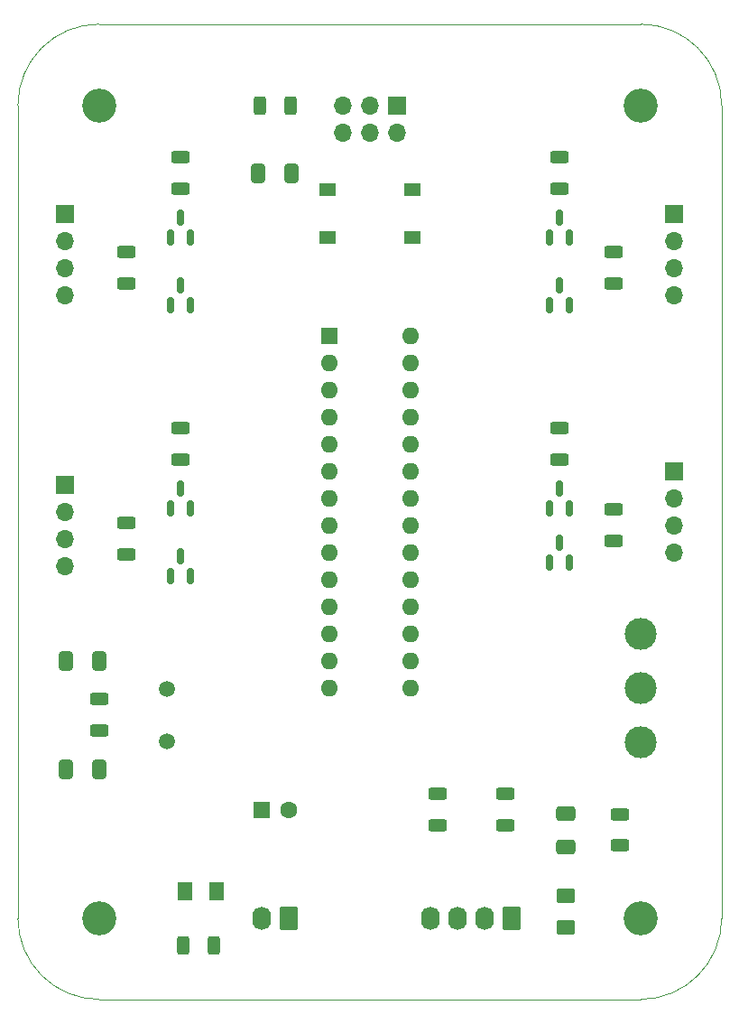
<source format=gbr>
%TF.GenerationSoftware,KiCad,Pcbnew,8.0.2*%
%TF.CreationDate,2024-05-09T13:50:34-05:00*%
%TF.ProjectId,multifan-i2c-controller,6d756c74-6966-4616-9e2d-6932632d636f,A*%
%TF.SameCoordinates,Original*%
%TF.FileFunction,Soldermask,Top*%
%TF.FilePolarity,Negative*%
%FSLAX46Y46*%
G04 Gerber Fmt 4.6, Leading zero omitted, Abs format (unit mm)*
G04 Created by KiCad (PCBNEW 8.0.2) date 2024-05-09 13:50:34*
%MOMM*%
%LPD*%
G01*
G04 APERTURE LIST*
G04 Aperture macros list*
%AMRoundRect*
0 Rectangle with rounded corners*
0 $1 Rounding radius*
0 $2 $3 $4 $5 $6 $7 $8 $9 X,Y pos of 4 corners*
0 Add a 4 corners polygon primitive as box body*
4,1,4,$2,$3,$4,$5,$6,$7,$8,$9,$2,$3,0*
0 Add four circle primitives for the rounded corners*
1,1,$1+$1,$2,$3*
1,1,$1+$1,$4,$5*
1,1,$1+$1,$6,$7*
1,1,$1+$1,$8,$9*
0 Add four rect primitives between the rounded corners*
20,1,$1+$1,$2,$3,$4,$5,0*
20,1,$1+$1,$4,$5,$6,$7,0*
20,1,$1+$1,$6,$7,$8,$9,0*
20,1,$1+$1,$8,$9,$2,$3,0*%
G04 Aperture macros list end*
%ADD10RoundRect,0.150000X0.150000X-0.587500X0.150000X0.587500X-0.150000X0.587500X-0.150000X-0.587500X0*%
%ADD11C,3.200000*%
%ADD12RoundRect,0.250000X-0.412500X-0.650000X0.412500X-0.650000X0.412500X0.650000X-0.412500X0.650000X0*%
%ADD13RoundRect,0.250000X-0.312500X-0.625000X0.312500X-0.625000X0.312500X0.625000X-0.312500X0.625000X0*%
%ADD14R,1.700000X1.700000*%
%ADD15O,1.700000X1.700000*%
%ADD16RoundRect,0.250000X0.412500X0.650000X-0.412500X0.650000X-0.412500X-0.650000X0.412500X-0.650000X0*%
%ADD17RoundRect,0.250000X-0.625000X0.312500X-0.625000X-0.312500X0.625000X-0.312500X0.625000X0.312500X0*%
%ADD18C,3.000000*%
%ADD19RoundRect,0.250001X0.624999X-0.462499X0.624999X0.462499X-0.624999X0.462499X-0.624999X-0.462499X0*%
%ADD20R,1.550000X1.300000*%
%ADD21C,1.500000*%
%ADD22O,1.600000X1.600000*%
%ADD23R,1.600000X1.600000*%
%ADD24RoundRect,0.250000X0.620000X0.845000X-0.620000X0.845000X-0.620000X-0.845000X0.620000X-0.845000X0*%
%ADD25O,1.740000X2.190000*%
%ADD26C,1.600000*%
%ADD27RoundRect,0.250001X0.462499X0.624999X-0.462499X0.624999X-0.462499X-0.624999X0.462499X-0.624999X0*%
%ADD28RoundRect,0.250000X0.312500X0.625000X-0.312500X0.625000X-0.312500X-0.625000X0.312500X-0.625000X0*%
%ADD29RoundRect,0.250000X-0.650000X0.412500X-0.650000X-0.412500X0.650000X-0.412500X0.650000X0.412500X0*%
%TA.AperFunction,Profile*%
%ADD30C,0.050000*%
%TD*%
G04 APERTURE END LIST*
D10*
%TO.C,Q12*%
X118430000Y-63167500D03*
X120330000Y-63167500D03*
X119380000Y-61292500D03*
%TD*%
%TO.C,Q11*%
X119380000Y-86692500D03*
X120330000Y-88567500D03*
X118430000Y-88567500D03*
%TD*%
%TO.C,Q10*%
X82870000Y-88567500D03*
X84770000Y-88567500D03*
X83820000Y-86692500D03*
%TD*%
%TO.C,Q9*%
X83820000Y-61292500D03*
X84770000Y-63167500D03*
X82870000Y-63167500D03*
%TD*%
%TO.C,Q4*%
X118430000Y-69517500D03*
X120330000Y-69517500D03*
X119380000Y-67642500D03*
%TD*%
%TO.C,Q3*%
X119380000Y-91772500D03*
X120330000Y-93647500D03*
X118430000Y-93647500D03*
%TD*%
%TO.C,Q2*%
X83820000Y-93042500D03*
X84770000Y-94917500D03*
X82870000Y-94917500D03*
%TD*%
%TO.C,Q1*%
X82870000Y-69517500D03*
X84770000Y-69517500D03*
X83820000Y-67642500D03*
%TD*%
D11*
%TO.C,REF\u002A\u002A*%
X76200000Y-127000000D03*
%TD*%
%TO.C,REF\u002A\u002A*%
X127000000Y-127000000D03*
%TD*%
%TO.C,REF\u002A\u002A*%
X76200000Y-50800000D03*
%TD*%
%TO.C,REF\u002A\u002A*%
X127000000Y-50800000D03*
%TD*%
D12*
%TO.C,C1*%
X73075000Y-113030000D03*
X76200000Y-113030000D03*
%TD*%
D13*
%TO.C,R14*%
X91247500Y-50800000D03*
X94172500Y-50800000D03*
%TD*%
D14*
%TO.C,M1*%
X73025000Y-60960000D03*
D15*
X73025000Y-63500000D03*
X73025000Y-66040000D03*
X73025000Y-68580000D03*
%TD*%
D16*
%TO.C,C2*%
X76200000Y-102870000D03*
X73075000Y-102870000D03*
%TD*%
D17*
%TO.C,R10*%
X114300000Y-115377500D03*
X114300000Y-118302500D03*
%TD*%
%TO.C,R4*%
X83820000Y-81087500D03*
X83820000Y-84012500D03*
%TD*%
%TO.C,R1*%
X76200000Y-106487500D03*
X76200000Y-109412500D03*
%TD*%
D14*
%TO.C,M4*%
X130175000Y-60960000D03*
D15*
X130175000Y-63500000D03*
X130175000Y-66040000D03*
X130175000Y-68580000D03*
%TD*%
D17*
%TO.C,R11*%
X107950000Y-115377500D03*
X107950000Y-118302500D03*
%TD*%
D18*
%TO.C,TP3*%
X127000000Y-110490000D03*
%TD*%
D17*
%TO.C,R9*%
X124460000Y-64577500D03*
X124460000Y-67502500D03*
%TD*%
D14*
%TO.C,M3*%
X130175000Y-85090000D03*
D15*
X130175000Y-87630000D03*
X130175000Y-90170000D03*
X130175000Y-92710000D03*
%TD*%
D19*
%TO.C,D1*%
X120015000Y-124877500D03*
X120015000Y-127852500D03*
%TD*%
D20*
%TO.C,SW1*%
X105575000Y-63210000D03*
X97625000Y-63210000D03*
X105575000Y-58710000D03*
X97625000Y-58710000D03*
%TD*%
D21*
%TO.C,Y1*%
X82550000Y-110400000D03*
X82550000Y-105520000D03*
%TD*%
D16*
%TO.C,C5*%
X94272500Y-57150000D03*
X91147500Y-57150000D03*
%TD*%
D14*
%TO.C,J4*%
X104140000Y-50800000D03*
D15*
X104140000Y-53340000D03*
X101600000Y-50800000D03*
X101600000Y-53340000D03*
X99060000Y-50800000D03*
X99060000Y-53340000D03*
%TD*%
D18*
%TO.C,TP1*%
X127000000Y-100390000D03*
%TD*%
D17*
%TO.C,R2*%
X83820000Y-55687500D03*
X83820000Y-58612500D03*
%TD*%
D22*
%TO.C,U1*%
X105420000Y-72400000D03*
X105420000Y-74940000D03*
X105420000Y-77480000D03*
X105420000Y-80020000D03*
X105420000Y-82560000D03*
X105420000Y-85100000D03*
X105420000Y-87640000D03*
X105420000Y-90180000D03*
X105420000Y-92720000D03*
X105420000Y-95260000D03*
X105420000Y-97800000D03*
X105420000Y-100340000D03*
X105420000Y-102880000D03*
X105420000Y-105420000D03*
X97800000Y-105420000D03*
X97800000Y-102880000D03*
X97800000Y-100340000D03*
X97800000Y-97800000D03*
X97800000Y-95260000D03*
X97800000Y-92720000D03*
X97800000Y-90180000D03*
X97800000Y-87640000D03*
X97800000Y-85100000D03*
X97800000Y-82560000D03*
X97800000Y-80020000D03*
X97800000Y-77480000D03*
X97800000Y-74940000D03*
D23*
X97800000Y-72400000D03*
%TD*%
D17*
%TO.C,R5*%
X78740000Y-89977500D03*
X78740000Y-92902500D03*
%TD*%
D18*
%TO.C,TP2*%
X127000000Y-105440000D03*
%TD*%
D24*
%TO.C,J2*%
X93980000Y-127000000D03*
D25*
X91440000Y-127000000D03*
%TD*%
D17*
%TO.C,R7*%
X124460000Y-88707500D03*
X124460000Y-91632500D03*
%TD*%
%TO.C,R8*%
X119380000Y-55687500D03*
X119380000Y-58612500D03*
%TD*%
D23*
%TO.C,C4*%
X91480000Y-116840000D03*
D26*
X93980000Y-116840000D03*
%TD*%
D17*
%TO.C,R3*%
X78740000Y-64577500D03*
X78740000Y-67502500D03*
%TD*%
D27*
%TO.C,D2*%
X87212500Y-124460000D03*
X84237500Y-124460000D03*
%TD*%
D24*
%TO.C,J1*%
X114935000Y-127000000D03*
D25*
X112395000Y-127000000D03*
X109855000Y-127000000D03*
X107315000Y-127000000D03*
%TD*%
D14*
%TO.C,M2*%
X73025000Y-86360000D03*
D15*
X73025000Y-88900000D03*
X73025000Y-91440000D03*
X73025000Y-93980000D03*
%TD*%
D28*
%TO.C,R13*%
X86995000Y-129540000D03*
X84070000Y-129540000D03*
%TD*%
D17*
%TO.C,R6*%
X119380000Y-81087500D03*
X119380000Y-84012500D03*
%TD*%
D29*
%TO.C,C3*%
X120015000Y-117182500D03*
X120015000Y-120307500D03*
%TD*%
D17*
%TO.C,R12*%
X125095000Y-117282500D03*
X125095000Y-120207500D03*
%TD*%
D30*
X76200000Y-134620000D02*
X127000000Y-134620000D01*
X127000000Y-43180000D02*
X76200000Y-43180000D01*
X68580000Y-50800000D02*
X68580000Y-127000000D01*
X134620000Y-127000000D02*
X134620000Y-50800000D01*
X76200000Y-134620000D02*
G75*
G02*
X68580000Y-127000000I0J7620000D01*
G01*
X127000000Y-43180000D02*
G75*
G02*
X134620000Y-50800000I0J-7620000D01*
G01*
X68580000Y-50800000D02*
G75*
G02*
X76200000Y-43180000I7620000J0D01*
G01*
X134620000Y-127000000D02*
G75*
G02*
X127000000Y-134620000I-7620000J0D01*
G01*
M02*

</source>
